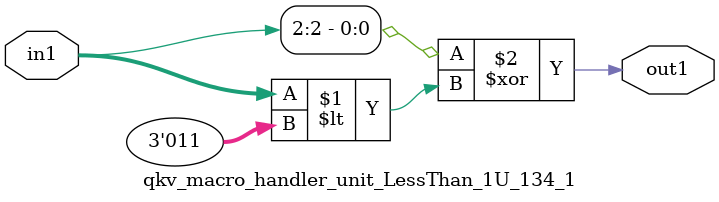
<source format=v>

`timescale 1ps / 1ps


module qkv_macro_handler_unit_LessThan_1U_134_1( in1, out1 );

    input [2:0] in1;
    output out1;

    
    // rtl_process:qkv_macro_handler_unit_LessThan_1U_134_1/qkv_macro_handler_unit_LessThan_1U_134_1_thread_1
    assign out1 = (in1[2] ^ in1 < 3'd3);

endmodule


</source>
